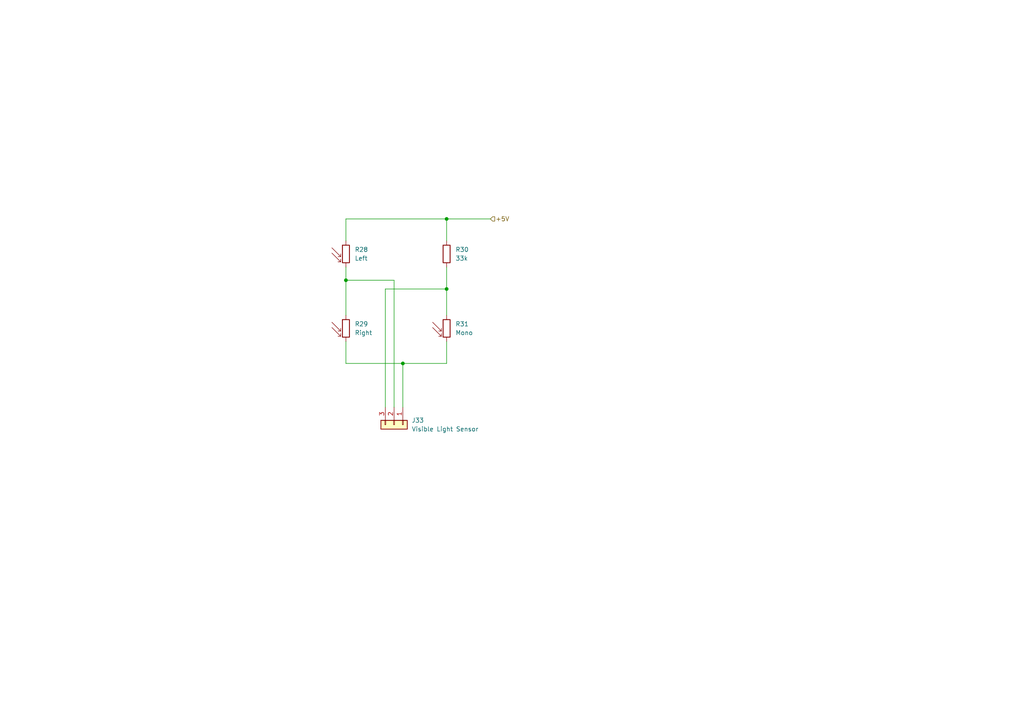
<source format=kicad_sch>
(kicad_sch (version 20211123) (generator eeschema)
  (paper "A4")
  (lib_symbols
    (symbol "Connector_Generic:Conn_01x03" (pin_names (offset 1.016) hide)
      (property "Reference" "J" (at 0 5.08 0))
      (property "Value" "Conn_01x03" (at 0 -5.08 0))
      (symbol "Conn_01x03_1_1"
        (rectangle (start -1.27 -2.413) (end 0 -2.667) (stroke (width 0.1524)))
        (rectangle (start -1.27 0.127) (end 0 -0.127) (stroke (width 0.1524)))
        (rectangle (start -1.27 2.667) (end 0 2.413) (stroke (width 0.1524)))
        (rectangle (start -1.27 3.81) (end 1.27 -3.81) (stroke (width 0.254)) (fill (type background)))
        (pin passive line (at -5.08 2.54 0) (length 3.81) (name "Pin_1") (number "1"))
        (pin passive line (at -5.08 0 0) (length 3.81) (name "Pin_2") (number "2"))
        (pin passive line (at -5.08 -2.54 0) (length 3.81) (name "Pin_3") (number "3"))
      )
    )
    (symbol "Device:R" (pin_numbers hide) (pin_names (offset 0))
      (property "Reference" "R" (at 2.032 0 90))
      (property "Value" "R" (at 0 0 90))
      (symbol "R_0_1"
        (rectangle (start -1.016 -2.54) (end 1.016 2.54) (stroke (width 0.254)))
      )
      (symbol "R_1_1"
        (pin passive line (at 0 3.81 270) (length 1.27) (name "~") (number "1"))
        (pin passive line (at 0 -3.81 90) (length 1.27) (name "~") (number "2"))
      )
    )
    (symbol "Device:R_Photo" (pin_numbers hide) (pin_names (offset 0))
      (property "Reference" "R" (at 1.27 1.27 0))
      (property "Value" "R_Photo" (at 1.27 0 0))
      (symbol "R_Photo_0_1"
        (rectangle (start -1.016 2.54) (end 1.016 -2.54) (stroke (width 0.254)))
        (polyline (pts (xy -1.524 -2.286) (xy -4.064 0.254)))
        (polyline (pts (xy -1.524 -2.286) (xy -2.286 -2.286)))
        (polyline (pts (xy -1.524 -2.286) (xy -1.524 -1.524)))
        (polyline (pts (xy -1.524 -0.762) (xy -4.064 1.778)))
        (polyline (pts (xy -1.524 -0.762) (xy -2.286 -0.762)))
        (polyline (pts (xy -1.524 -0.762) (xy -1.524 0)))
      )
      (symbol "R_Photo_1_1"
        (pin passive line (at 0 3.81 270) (length 1.27) (name "~") (number "1"))
        (pin passive line (at 0 -3.81 90) (length 1.27) (name "~") (number "2"))
      )
    )
  )
  (junction (at 129.54 63.5))
  (junction (at 129.54 83.82))
  (junction (at 116.84 105.41))
  (junction (at 100.33 81.28))
  (wire (pts (xy 129.54 83.82) (xy 129.54 91.44)))
  (wire (pts (xy 111.76 83.82) (xy 129.54 83.82)))
  (wire (pts (xy 111.76 118.11) (xy 111.76 83.82)))
  (wire (pts (xy 100.33 81.28) (xy 114.3 81.28)))
  (wire (pts (xy 129.54 105.41) (xy 129.54 99.06)))
  (wire (pts (xy 116.84 105.41) (xy 129.54 105.41)))
  (wire (pts (xy 100.33 77.47) (xy 100.33 81.28)))
  (wire (pts (xy 129.54 63.5) (xy 129.54 69.85)))
  (wire (pts (xy 100.33 69.85) (xy 100.33 63.5)))
  (wire (pts (xy 114.3 81.28) (xy 114.3 118.11)))
  (wire (pts (xy 116.84 105.41) (xy 116.84 118.11)))
  (wire (pts (xy 100.33 81.28) (xy 100.33 91.44)))
  (wire (pts (xy 100.33 63.5) (xy 129.54 63.5)))
  (wire (pts (xy 100.33 105.41) (xy 116.84 105.41)))
  (wire (pts (xy 129.54 63.5) (xy 142.24 63.5)))
  (wire (pts (xy 129.54 77.47) (xy 129.54 83.82)))
  (wire (pts (xy 100.33 99.06) (xy 100.33 105.41)))
  (hierarchical_label "+5V" (shape input) (at 142.24 63.5 0))
  (symbol (lib_id "Device:R_Photo") (at 100.33 95.25 0) (unit 1)
    (property "Reference" "R29" (at 102.87 93.9799 0) (effects (justify left)))
    (property "Value" "Right" (at 102.87 96.5199 0) (effects (justify left)))
    (property "Footprint" "OptoDevice:R_LDR_5.0x4.1mm_P3mm_Vertical" (effects hide))
  )
  (symbol (lib_id "Device:R_Photo") (at 100.33 73.66 0) (unit 1)
    (property "Reference" "R28" (at 102.87 72.3899 0) (effects (justify left)))
    (property "Value" "Left" (at 102.87 74.9299 0) (effects (justify left)))
    (property "Footprint" "OptoDevice:R_LDR_5.0x4.1mm_P3mm_Vertical" (effects hide))
  )
  (symbol (lib_id "Device:R_Photo") (at 129.54 95.25 0) (unit 1)
    (property "Reference" "R31" (at 132.08 93.9799 0) (effects (justify left)))
    (property "Value" "Mono" (at 132.08 96.5199 0) (effects (justify left)))
    (property "Footprint" "OptoDevice:R_LDR_5.0x4.1mm_P3mm_Vertical" (effects hide))
  )
  (symbol (lib_id "Device:R") (at 129.54 73.66 0) (unit 1)
    (property "Reference" "R30" (at 132.08 72.3899 0) (effects (justify left)))
    (property "Value" "33k" (at 132.08 74.9299 0) (effects (justify left)))
    (property "Footprint" "Resistor_THT:R_Axial_DIN0207_L6.3mm_D2.5mm_P10.16mm_Horizontal" (effects hide))
  )
  (symbol (lib_id "Connector_Generic:Conn_01x03") (at 114.3 123.19 270) (unit 1)
    (property "Reference" "J33" (at 119.38 121.9199 90) (effects (justify left)))
    (property "Value" "Visible Light Sensor" (at 119.38 124.4599 90) (effects (justify left)))
    (property "Footprint" "Connector_PinHeader_2.54mm:PinHeader_1x03_P2.54mm_Vertical" (effects hide))
  )
)
</source>
